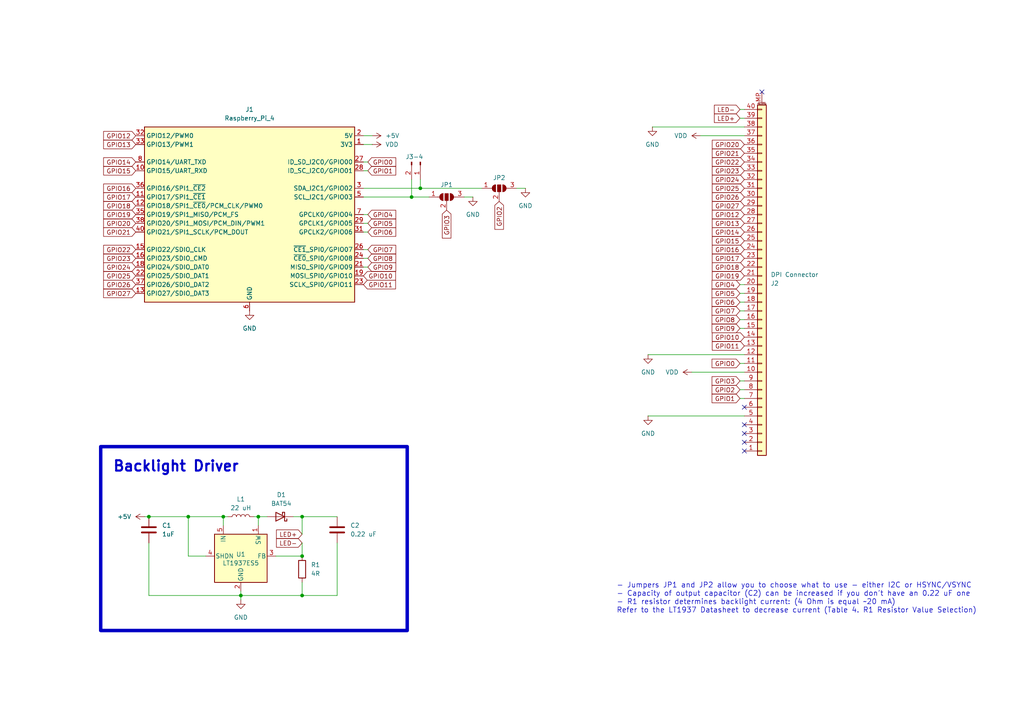
<source format=kicad_sch>
(kicad_sch (version 20250114) (generator "eeschema") (generator_version "9.0")
  (paper "A4")
  (title_block (title "DPI4RPi Adapter") (date "07-10-2025") (rev "1.1"))
  (lib_symbols
    (symbol "Connector:Conn_01x02_Pin" (pin_names (offset 1.016) (hide yes))
      (property "Reference" "J" (at 0 2.54 0))
      (property "Value" "Conn_01x02_Pin" (at 0 -5.08 0))
      (symbol "Conn_01x02_Pin_1_1"
        (rectangle (start 0.8636 0.127) (end 0 -0.127) (stroke (width 0.1524)) (fill (type outline)))
        (rectangle (start 0.8636 -2.413) (end 0 -2.667) (stroke (width 0.1524)) (fill (type outline)))
        (polyline (pts (xy 1.27 0) (xy 0.8636 0)) (stroke (width 0.1524)))
        (polyline (pts (xy 1.27 -2.54) (xy 0.8636 -2.54)) (stroke (width 0.1524)))
        (pin passive line (at 5.08 0 180) (length 3.81) (name "Pin_1") (number "1"))
        (pin passive line (at 5.08 -2.54 180) (length 3.81) (name "Pin_2") (number "2"))
      )
    )
    (symbol "Connector:Raspberry_Pi_4"
      (property "Reference" "J" (at -17.526 48.768 0))
      (property "Value" "Raspberry_Pi_4" (at 15.748 -26.416 0))
      (symbol "Raspberry_Pi_4_0_1"
        (rectangle (start -30.48 25.4) (end 30.48 -25.4) (stroke (width 0.254)) (fill (type background)))
      )
      (symbol "Raspberry_Pi_4_1_1"
        (pin bidirectional line (at -33.02 22.86 0) (length 2.54) (name "GPIO12/PWM0") (number "32"))
        (pin bidirectional line (at -33.02 20.32 0) (length 2.54) (name "GPIO13/PWM1") (number "33"))
        (pin bidirectional line (at -33.02 15.24 0) (length 2.54) (name "GPIO14/UART_TXD") (number "8"))
        (pin bidirectional line (at -33.02 12.7 0) (length 2.54) (name "GPIO15/UART_RXD") (number "10"))
        (pin bidirectional line (at -33.02 7.62 0) (length 2.54) (name "GPIO16/SPI1_~{CE2}") (number "36"))
        (pin bidirectional line (at -33.02 5.08 0) (length 2.54) (name "GPIO17/SPI1_~{CE1}") (number "11"))
        (pin bidirectional line (at -33.02 2.54 0) (length 2.54) (name "GPIO18/SPI1_~{CE0}/PCM_CLK/PWM0") (number "12"))
        (pin bidirectional line (at -33.02 0 0) (length 2.54) (name "GPIO19/SPI1_MISO/PCM_FS") (number "35"))
        (pin bidirectional line (at -33.02 -2.54 0) (length 2.54) (name "GPIO20/SPI1_MOSI/PCM_DIN/PWM1") (number "38"))
        (pin bidirectional line (at -33.02 -5.08 0) (length 2.54) (name "GPIO21/SPI1_SCLK/PCM_DOUT") (number "40"))
        (pin bidirectional line (at -33.02 -10.16 0) (length 2.54) (name "GPIO22/SDIO_CLK") (number "15"))
        (pin bidirectional line (at -33.02 -12.7 0) (length 2.54) (name "GPIO23/SDIO_CMD") (number "16"))
        (pin bidirectional line (at -33.02 -15.24 0) (length 2.54) (name "GPIO24/SDIO_DAT0") (number "18"))
        (pin bidirectional line (at -33.02 -17.78 0) (length 2.54) (name "GPIO25/SDIO_DAT1") (number "22"))
        (pin bidirectional line (at -33.02 -20.32 0) (length 2.54) (name "GPIO26/SDIO_DAT2") (number "37"))
        (pin bidirectional line (at -33.02 -22.86 0) (length 2.54) (name "GPIO27/SDIO_DAT3") (number "13"))
        (pin passive line (at 0 -27.94 90) (length 2.54) (hide yes) (name "GND") (number "14"))
        (pin passive line (at 0 -27.94 90) (length 2.54) (hide yes) (name "GND") (number "20"))
        (pin passive line (at 0 -27.94 90) (length 2.54) (hide yes) (name "GND") (number "25"))
        (pin passive line (at 0 -27.94 90) (length 2.54) (hide yes) (name "GND") (number "30"))
        (pin passive line (at 0 -27.94 90) (length 2.54) (hide yes) (name "GND") (number "34"))
        (pin passive line (at 0 -27.94 90) (length 2.54) (hide yes) (name "GND") (number "39"))
        (pin power_out line (at 0 -27.94 90) (length 2.54) (name "GND") (number "6"))
        (pin passive line (at 0 -27.94 90) (length 2.54) (hide yes) (name "GND") (number "9"))
        (pin power_out line (at 33.02 22.86 180) (length 2.54) (name "5V") (number "2"))
        (pin passive line (at 33.02 22.86 180) (length 2.54) (hide yes) (name "5V") (number "4"))
        (pin power_out line (at 33.02 20.32 180) (length 2.54) (name "3V3") (number "1"))
        (pin passive line (at 33.02 20.32 180) (length 2.54) (hide yes) (name "3V3") (number "17"))
        (pin bidirectional line (at 33.02 15.24 180) (length 2.54) (name "ID_SD_I2C0/GPIO00") (number "27"))
        (pin bidirectional line (at 33.02 12.7 180) (length 2.54) (name "ID_SC_I2C0/GPIO01") (number "28"))
        (pin bidirectional line (at 33.02 7.62 180) (length 2.54) (name "SDA_I2C1/GPIO02") (number "3"))
        (pin bidirectional line (at 33.02 5.08 180) (length 2.54) (name "SCL_I2C1/GPIO03") (number "5"))
        (pin bidirectional line (at 33.02 0 180) (length 2.54) (name "GPCLK0/GPIO04") (number "7"))
        (pin bidirectional line (at 33.02 -2.54 180) (length 2.54) (name "GPCLK1/GPIO05") (number "29"))
        (pin bidirectional line (at 33.02 -5.08 180) (length 2.54) (name "GPCLK2/GPIO06") (number "31"))
        (pin bidirectional line (at 33.02 -10.16 180) (length 2.54) (name "~{CE1}_SPI0/GPIO07") (number "26"))
        (pin bidirectional line (at 33.02 -12.7 180) (length 2.54) (name "~{CE0}_SPI0/GPIO08") (number "24"))
        (pin bidirectional line (at 33.02 -15.24 180) (length 2.54) (name "MISO_SPI0/GPIO09") (number "21"))
        (pin bidirectional line (at 33.02 -17.78 180) (length 2.54) (name "MOSI_SPI0/GPIO10") (number "19"))
        (pin bidirectional line (at 33.02 -20.32 180) (length 2.54) (name "SCLK_SPI0/GPIO11") (number "23"))
      )
    )
    (symbol "Connector_Generic_MountingPin:Conn_01x40_MountingPin" (pin_names (offset 1.016) (hide yes))
      (property "Reference" "J" (at 0 50.8 0))
      (property "Value" "Conn_01x40_MountingPin" (at 1.27 -53.34 0))
      (symbol "Conn_01x40_MountingPin_1_1"
        (rectangle (start -1.27 49.53) (end 1.27 -52.07) (stroke (width 0.254)) (fill (type background)))
        (rectangle (start -1.27 48.387) (end 0 48.133) (stroke (width 0.1524)))
        (rectangle (start -1.27 45.847) (end 0 45.593) (stroke (width 0.1524)))
        (rectangle (start -1.27 43.307) (end 0 43.053) (stroke (width 0.1524)))
        (rectangle (start -1.27 40.767) (end 0 40.513) (stroke (width 0.1524)))
        (rectangle (start -1.27 38.227) (end 0 37.973) (stroke (width 0.1524)))
        (rectangle (start -1.27 35.687) (end 0 35.433) (stroke (width 0.1524)))
        (rectangle (start -1.27 33.147) (end 0 32.893) (stroke (width 0.1524)))
        (rectangle (start -1.27 30.607) (end 0 30.353) (stroke (width 0.1524)))
        (rectangle (start -1.27 28.067) (end 0 27.813) (stroke (width 0.1524)))
        (rectangle (start -1.27 25.527) (end 0 25.273) (stroke (width 0.1524)))
        (rectangle (start -1.27 22.987) (end 0 22.733) (stroke (width 0.1524)))
        (rectangle (start -1.27 20.447) (end 0 20.193) (stroke (width 0.1524)))
        (rectangle (start -1.27 17.907) (end 0 17.653) (stroke (width 0.1524)))
        (rectangle (start -1.27 15.367) (end 0 15.113) (stroke (width 0.1524)))
        (rectangle (start -1.27 12.827) (end 0 12.573) (stroke (width 0.1524)))
        (rectangle (start -1.27 10.287) (end 0 10.033) (stroke (width 0.1524)))
        (rectangle (start -1.27 7.747) (end 0 7.493) (stroke (width 0.1524)))
        (rectangle (start -1.27 5.207) (end 0 4.953) (stroke (width 0.1524)))
        (rectangle (start -1.27 2.667) (end 0 2.413) (stroke (width 0.1524)))
        (rectangle (start -1.27 0.127) (end 0 -0.127) (stroke (width 0.1524)))
        (rectangle (start -1.27 -2.413) (end 0 -2.667) (stroke (width 0.1524)))
        (rectangle (start -1.27 -4.953) (end 0 -5.207) (stroke (width 0.1524)))
        (rectangle (start -1.27 -7.493) (end 0 -7.747) (stroke (width 0.1524)))
        (rectangle (start -1.27 -10.033) (end 0 -10.287) (stroke (width 0.1524)))
        (rectangle (start -1.27 -12.573) (end 0 -12.827) (stroke (width 0.1524)))
        (rectangle (start -1.27 -15.113) (end 0 -15.367) (stroke (width 0.1524)))
        (rectangle (start -1.27 -17.653) (end 0 -17.907) (stroke (width 0.1524)))
        (rectangle (start -1.27 -20.193) (end 0 -20.447) (stroke (width 0.1524)))
        (rectangle (start -1.27 -22.733) (end 0 -22.987) (stroke (width 0.1524)))
        (rectangle (start -1.27 -25.273) (end 0 -25.527) (stroke (width 0.1524)))
        (rectangle (start -1.27 -27.813) (end 0 -28.067) (stroke (width 0.1524)))
        (rectangle (start -1.27 -30.353) (end 0 -30.607) (stroke (width 0.1524)))
        (rectangle (start -1.27 -32.893) (end 0 -33.147) (stroke (width 0.1524)))
        (rectangle (start -1.27 -35.433) (end 0 -35.687) (stroke (width 0.1524)))
        (rectangle (start -1.27 -37.973) (end 0 -38.227) (stroke (width 0.1524)))
        (rectangle (start -1.27 -40.513) (end 0 -40.767) (stroke (width 0.1524)))
        (rectangle (start -1.27 -43.053) (end 0 -43.307) (stroke (width 0.1524)))
        (rectangle (start -1.27 -45.593) (end 0 -45.847) (stroke (width 0.1524)))
        (rectangle (start -1.27 -48.133) (end 0 -48.387) (stroke (width 0.1524)))
        (rectangle (start -1.27 -50.673) (end 0 -50.927) (stroke (width 0.1524)))
        (polyline (pts (xy -1.016 -52.832) (xy 1.016 -52.832)) (stroke (width 0.1524)))
        (text "Mounting" (at 0 -52.451 0) (effects (font (size 0.381 0.381))))
        (pin passive line (at -5.08 48.26 0) (length 3.81) (name "Pin_1") (number "1"))
        (pin passive line (at -5.08 45.72 0) (length 3.81) (name "Pin_2") (number "2"))
        (pin passive line (at -5.08 43.18 0) (length 3.81) (name "Pin_3") (number "3"))
        (pin passive line (at -5.08 40.64 0) (length 3.81) (name "Pin_4") (number "4"))
        (pin passive line (at -5.08 38.1 0) (length 3.81) (name "Pin_5") (number "5"))
        (pin passive line (at -5.08 35.56 0) (length 3.81) (name "Pin_6") (number "6"))
        (pin passive line (at -5.08 33.02 0) (length 3.81) (name "Pin_7") (number "7"))
        (pin passive line (at -5.08 30.48 0) (length 3.81) (name "Pin_8") (number "8"))
        (pin passive line (at -5.08 27.94 0) (length 3.81) (name "Pin_9") (number "9"))
        (pin passive line (at -5.08 25.4 0) (length 3.81) (name "Pin_10") (number "10"))
        (pin passive line (at -5.08 22.86 0) (length 3.81) (name "Pin_11") (number "11"))
        (pin passive line (at -5.08 20.32 0) (length 3.81) (name "Pin_12") (number "12"))
        (pin passive line (at -5.08 17.78 0) (length 3.81) (name "Pin_13") (number "13"))
        (pin passive line (at -5.08 15.24 0) (length 3.81) (name "Pin_14") (number "14"))
        (pin passive line (at -5.08 12.7 0) (length 3.81) (name "Pin_15") (number "15"))
        (pin passive line (at -5.08 10.16 0) (length 3.81) (name "Pin_16") (number "16"))
        (pin passive line (at -5.08 7.62 0) (length 3.81) (name "Pin_17") (number "17"))
        (pin passive line (at -5.08 5.08 0) (length 3.81) (name "Pin_18") (number "18"))
        (pin passive line (at -5.08 2.54 0) (length 3.81) (name "Pin_19") (number "19"))
        (pin passive line (at -5.08 0 0) (length 3.81) (name "Pin_20") (number "20"))
        (pin passive line (at -5.08 -2.54 0) (length 3.81) (name "Pin_21") (number "21"))
        (pin passive line (at -5.08 -5.08 0) (length 3.81) (name "Pin_22") (number "22"))
        (pin passive line (at -5.08 -7.62 0) (length 3.81) (name "Pin_23") (number "23"))
        (pin passive line (at -5.08 -10.16 0) (length 3.81) (name "Pin_24") (number "24"))
        (pin passive line (at -5.08 -12.7 0) (length 3.81) (name "Pin_25") (number "25"))
        (pin passive line (at -5.08 -15.24 0) (length 3.81) (name "Pin_26") (number "26"))
        (pin passive line (at -5.08 -17.78 0) (length 3.81) (name "Pin_27") (number "27"))
        (pin passive line (at -5.08 -20.32 0) (length 3.81) (name "Pin_28") (number "28"))
        (pin passive line (at -5.08 -22.86 0) (length 3.81) (name "Pin_29") (number "29"))
        (pin passive line (at -5.08 -25.4 0) (length 3.81) (name "Pin_30") (number "30"))
        (pin passive line (at -5.08 -27.94 0) (length 3.81) (name "Pin_31") (number "31"))
        (pin passive line (at -5.08 -30.48 0) (length 3.81) (name "Pin_32") (number "32"))
        (pin passive line (at -5.08 -33.02 0) (length 3.81) (name "Pin_33") (number "33"))
        (pin passive line (at -5.08 -35.56 0) (length 3.81) (name "Pin_34") (number "34"))
        (pin passive line (at -5.08 -38.1 0) (length 3.81) (name "Pin_35") (number "35"))
        (pin passive line (at -5.08 -40.64 0) (length 3.81) (name "Pin_36") (number "36"))
        (pin passive line (at -5.08 -43.18 0) (length 3.81) (name "Pin_37") (number "37"))
        (pin passive line (at -5.08 -45.72 0) (length 3.81) (name "Pin_38") (number "38"))
        (pin passive line (at -5.08 -48.26 0) (length 3.81) (name "Pin_39") (number "39"))
        (pin passive line (at -5.08 -50.8 0) (length 3.81) (name "Pin_40") (number "40"))
        (pin passive line (at 0 -55.88 90) (length 3.048) (name "MountPin") (number "MP"))
      )
    )
    (symbol "Device:C" (pin_numbers (hide yes)) (pin_names (offset 0.254))
      (property "Reference" "C" (at 0.635 2.54 0))
      (property "Value" "C" (at 0.635 -2.54 0))
      (symbol "C_0_1"
        (polyline (pts (xy -2.032 0.762) (xy 2.032 0.762)) (stroke (width 0.508)))
        (polyline (pts (xy -2.032 -0.762) (xy 2.032 -0.762)) (stroke (width 0.508)))
      )
      (symbol "C_1_1"
        (pin passive line (at 0 3.81 270) (length 2.794) (name "~") (number "1"))
        (pin passive line (at 0 -3.81 90) (length 2.794) (name "~") (number "2"))
      )
    )
    (symbol "Device:D_Schottky" (pin_numbers (hide yes)) (pin_names (offset 1.016) (hide yes))
      (property "Reference" "D1" (at -0.3175 -6.35 0))
      (property "Value" "D_Schottky" (at -0.3175 -3.81 0))
      (symbol "D_Schottky_0_1"
        (polyline (pts (xy -1.905 0.635) (xy -1.905 1.27) (xy -1.27 1.27) (xy -1.27 -1.27) (xy -0.635 -1.27) (xy -0.635 -0.635)) (stroke (width 0.254)))
        (polyline (pts (xy 1.27 1.27) (xy 1.27 -1.27) (xy -1.27 0) (xy 1.27 1.27)) (stroke (width 0.254)))
        (polyline (pts (xy 1.27 0) (xy -1.27 0)))
      )
      (symbol "D_Schottky_1_1"
        (pin passive line (at -3.81 0 0) (length 2.54) (name "K") (number "3"))
        (pin passive line (at 3.81 0 180) (length 2.54) (name "A") (number "1"))
      )
    )
    (symbol "Device:L" (pin_numbers (hide yes)) (pin_names (offset 1.016) (hide yes))
      (property "Reference" "L" (at -1.27 0 90))
      (property "Value" "L" (at 1.905 0 90))
      (symbol "L_0_1"
        (arc (start 0 2.54) (mid 0.6323 1.905) (end 0 1.27))
        (arc (start 0 1.27) (mid 0.6323 0.635) (end 0 0))
        (arc (start 0 0) (mid 0.6323 -0.635) (end 0 -1.27))
        (arc (start 0 -1.27) (mid 0.6323 -1.905) (end 0 -2.54))
      )
      (symbol "L_1_1"
        (pin passive line (at 0 3.81 270) (length 1.27) (name "1") (number "1"))
        (pin passive line (at 0 -3.81 90) (length 1.27) (name "2") (number "2"))
      )
    )
    (symbol "Device:R" (pin_numbers (hide yes)) (pin_names (offset 0))
      (property "Reference" "R" (at 2.032 0 90))
      (property "Value" "R" (at 0 0 90))
      (symbol "R_0_1"
        (rectangle (start -1.016 -2.54) (end 1.016 2.54) (stroke (width 0.254)))
      )
      (symbol "R_1_1"
        (pin passive line (at 0 3.81 270) (length 1.27) (name "~") (number "1"))
        (pin passive line (at 0 -3.81 90) (length 1.27) (name "~") (number "2"))
      )
    )
    (symbol "Jumper:SolderJumper_3_Open" (pin_names (offset 0) (hide yes)) (in_bom no)
      (property "Reference" "JP" (at -2.54 -2.54 0))
      (property "Value" "SolderJumper_3_Open" (at 0 2.794 0))
      (symbol "SolderJumper_3_Open_0_1"
        (polyline (pts (xy -2.54 0) (xy -2.032 0)))
        (polyline (pts (xy -1.016 1.016) (xy -1.016 -1.016)))
        (arc (start -1.016 -1.016) (mid -2.0276 0) (end -1.016 1.016))
        (arc (start -1.016 -1.016) (mid -2.0276 0) (end -1.016 1.016) (fill (type outline)))
        (rectangle (start -0.508 1.016) (end 0.508 -1.016) (fill (type outline)))
        (polyline (pts (xy 0 -1.27) (xy 0 -1.016)))
        (arc (start 1.016 1.016) (mid 2.0276 0) (end 1.016 -1.016))
        (arc (start 1.016 1.016) (mid 2.0276 0) (end 1.016 -1.016) (fill (type outline)))
        (polyline (pts (xy 1.016 1.016) (xy 1.016 -1.016)))
        (polyline (pts (xy 2.54 0) (xy 2.032 0)))
      )
      (symbol "SolderJumper_3_Open_1_1"
        (pin passive line (at -5.08 0 0) (length 2.54) (name "A") (number "1"))
        (pin passive line (at 0 -3.81 90) (length 2.54) (name "C") (number "2"))
        (pin passive line (at 5.08 0 180) (length 2.54) (name "B") (number "3"))
      )
    )
    (symbol "LT1937:LT1937ES5" (pin_names (offset 0.254))
      (property "Reference" "U" (at 0.254 9.144 0))
      (property "Value" "LT1937ES5" (at -4.826 13.208 0))
      (symbol "LT1937ES5_0_1"
        (rectangle (start -7.62 6.35) (end 7.62 -7.62) (stroke (width 0.254)) (fill (type background)))
      )
      (symbol "LT1937ES5_1_1"
        (pin input line (at -10.16 0 0) (length 2.54) (name "SHDN") (number "4"))
        (pin power_out line (at -5.08 8.89 270) (length 2.54) (name "IN") (number "5"))
        (pin power_in line (at 0 -10.16 90) (length 2.54) (name "GND") (number "2"))
        (pin power_in line (at 5.08 8.89 270) (length 2.54) (name "SW") (number "1"))
        (pin input line (at 10.16 0 180) (length 2.54) (name "FB") (number "3"))
      )
    )
    (symbol "power:+5V" (power) (pin_numbers (hide yes)) (pin_names (offset 0) (hide yes))
      (property "Value" "+5V" (at 0 3.556 0))
      (symbol "+5V_0_1"
        (polyline (pts (xy -0.762 1.27) (xy 0 2.54)))
        (polyline (pts (xy 0 2.54) (xy 0.762 1.27)))
        (polyline (pts (xy 0 0) (xy 0 2.54)))
      )
      (symbol "+5V_1_1"
        (pin power_in line (at 0 0 90) (length 0) (name "~") (number "1"))
      )
    )
    (symbol "power:GND" (power) (pin_numbers (hide yes)) (pin_names (offset 0) (hide yes))
      (property "Value" "GND" (at 0 -3.81 0))
      (symbol "GND_0_1"
        (polyline (pts (xy 0 0) (xy 0 -1.27) (xy 1.27 -1.27) (xy 0 -2.54) (xy -1.27 -1.27) (xy 0 -1.27)))
      )
      (symbol "GND_1_1"
        (pin power_in line (at 0 0 270) (length 0) (name "~") (number "1"))
      )
    )
    (symbol "power:VDD" (power) (pin_numbers (hide yes)) (pin_names (offset 0) (hide yes))
      (property "Value" "VDD" (at 0 3.556 0))
      (symbol "VDD_0_1"
        (polyline (pts (xy -0.762 1.27) (xy 0 2.54)))
        (polyline (pts (xy 0 2.54) (xy 0.762 1.27)))
        (polyline (pts (xy 0 0) (xy 0 2.54)))
      )
      (symbol "VDD_1_1"
        (pin power_in line (at 0 0 90) (length 0) (name "~") (number "1"))
      )
    )
  )
  (rectangle (start 29.21 129.54) (end 118.11 182.88) (stroke (width 1)))
  (text "- Jumpers JP1 and JP2 allow you to choose what to use - either I2C or HSYNC/VSYNC\n- Capacity of output capacitor (C2) can be increased if you don't have an 0.22 uF one\n- R1 resistor determines backlight current: (4 Ohm is equal ~20 mA)\nRefer to the LT1937 Datasheet to decrease current (Table 4. R1 Resistor Value Selection)" (at 178.816 173.482 0) (effects (font (size 1.5 1.5)) (justify left)))
  (text "Backlight Driver" (at 51.054 135.382 0) (effects (font (size 3 3) (thickness 0.6) (bold yes))))
  (junction (at 119.38 57.15))
  (junction (at 87.63 172.72))
  (junction (at 43.18 149.86))
  (junction (at 74.93 149.86))
  (junction (at 87.63 149.86))
  (junction (at 87.63 161.29))
  (junction (at 64.77 149.86))
  (junction (at 121.92 54.61))
  (junction (at 54.61 149.86))
  (junction (at 69.85 172.72))
  (no_connect (at 215.9 128.27))
  (no_connect (at 220.98 26.67))
  (no_connect (at 215.9 130.81))
  (no_connect (at 215.9 125.73))
  (no_connect (at 215.9 118.11))
  (no_connect (at 215.9 123.19))
  (wire (pts (xy 105.41 54.61) (xy 121.92 54.61)))
  (wire (pts (xy 43.18 157.48) (xy 43.18 172.72)))
  (wire (pts (xy 59.69 161.29) (xy 54.61 161.29)))
  (wire (pts (xy 106.68 74.93) (xy 105.41 74.93)))
  (wire (pts (xy 121.92 52.07) (xy 121.92 54.61)))
  (wire (pts (xy 106.68 49.53) (xy 105.41 49.53)))
  (wire (pts (xy 74.93 149.86) (xy 74.93 152.4)))
  (wire (pts (xy 87.63 168.91) (xy 87.63 172.72)))
  (wire (pts (xy 43.18 149.86) (xy 41.91 149.86)))
  (wire (pts (xy 214.63 113.03) (xy 215.9 113.03)))
  (wire (pts (xy 105.41 41.91) (xy 107.95 41.91)))
  (wire (pts (xy 64.77 149.86) (xy 66.04 149.86)))
  (wire (pts (xy 119.38 52.07) (xy 119.38 57.15)))
  (wire (pts (xy 97.79 172.72) (xy 87.63 172.72)))
  (wire (pts (xy 105.41 39.37) (xy 107.95 39.37)))
  (wire (pts (xy 69.85 172.72) (xy 69.85 173.99)))
  (wire (pts (xy 106.68 72.39) (xy 105.41 72.39)))
  (wire (pts (xy 106.68 62.23) (xy 105.41 62.23)))
  (wire (pts (xy 187.96 102.87) (xy 215.9 102.87)))
  (wire (pts (xy 54.61 149.86) (xy 43.18 149.86)))
  (wire (pts (xy 214.63 115.57) (xy 215.9 115.57)))
  (wire (pts (xy 43.18 172.72) (xy 69.85 172.72)))
  (wire (pts (xy 106.68 46.99) (xy 105.41 46.99)))
  (wire (pts (xy 87.63 172.72) (xy 69.85 172.72)))
  (wire (pts (xy 187.96 120.65) (xy 215.9 120.65)))
  (wire (pts (xy 87.63 157.48) (xy 87.63 161.29)))
  (wire (pts (xy 214.63 105.41) (xy 215.9 105.41)))
  (wire (pts (xy 54.61 161.29) (xy 54.61 149.86)))
  (wire (pts (xy 105.41 57.15) (xy 119.38 57.15)))
  (wire (pts (xy 214.63 110.49) (xy 215.9 110.49)))
  (wire (pts (xy 106.68 77.47) (xy 105.41 77.47)))
  (wire (pts (xy 106.68 64.77) (xy 105.41 64.77)))
  (wire (pts (xy 87.63 149.86) (xy 97.79 149.86)))
  (wire (pts (xy 189.23 36.83) (xy 215.9 36.83)))
  (wire (pts (xy 214.63 85.09) (xy 215.9 85.09)))
  (wire (pts (xy 106.68 67.31) (xy 105.41 67.31)))
  (wire (pts (xy 80.01 161.29) (xy 87.63 161.29)))
  (wire (pts (xy 134.62 57.15) (xy 137.16 57.15)))
  (wire (pts (xy 203.2 39.37) (xy 215.9 39.37)))
  (wire (pts (xy 200.66 107.95) (xy 215.9 107.95)))
  (wire (pts (xy 214.63 31.75) (xy 215.9 31.75)))
  (wire (pts (xy 64.77 152.4) (xy 64.77 149.86)))
  (wire (pts (xy 214.63 92.71) (xy 215.9 92.71)))
  (wire (pts (xy 97.79 157.48) (xy 97.79 172.72)))
  (wire (pts (xy 74.93 149.86) (xy 77.47 149.86)))
  (wire (pts (xy 121.92 54.61) (xy 139.7 54.61)))
  (wire (pts (xy 149.86 54.61) (xy 152.4 54.61)))
  (wire (pts (xy 69.85 171.45) (xy 69.85 172.72)))
  (wire (pts (xy 87.63 149.86) (xy 87.63 154.94)))
  (wire (pts (xy 214.63 82.55) (xy 215.9 82.55)))
  (wire (pts (xy 214.63 95.25) (xy 215.9 95.25)))
  (wire (pts (xy 64.77 149.86) (xy 54.61 149.86)))
  (wire (pts (xy 85.09 149.86) (xy 87.63 149.86)))
  (wire (pts (xy 214.63 34.29) (xy 215.9 34.29)))
  (wire (pts (xy 119.38 57.15) (xy 124.46 57.15)))
  (wire (pts (xy 214.63 87.63) (xy 215.9 87.63)))
  (wire (pts (xy 73.66 149.86) (xy 74.93 149.86)))
  (wire (pts (xy 214.63 90.17) (xy 215.9 90.17)))
  (global_label "GPIO19" (shape input) (at 39.37 62.23 180) (property "Intersheetrefs" "${INTERSHEET_REFS}" (effects (hide yes))))
  (global_label "GPIO16" (shape input) (at 215.9 72.39 180) (property "Intersheetrefs" "${INTERSHEET_REFS}" (effects (hide yes))))
  (global_label "GPIO24" (shape input) (at 215.9 52.07 180) (property "Intersheetrefs" "${INTERSHEET_REFS}" (effects (hide yes))))
  (global_label "GPIO12" (shape input) (at 215.9 62.23 180) (property "Intersheetrefs" "${INTERSHEET_REFS}" (effects (hide yes))))
  (global_label "GPIO13" (shape input) (at 215.9 64.77 180) (property "Intersheetrefs" "${INTERSHEET_REFS}" (effects (hide yes))))
  (global_label "GPIO19" (shape input) (at 215.9 80.01 180) (property "Intersheetrefs" "${INTERSHEET_REFS}" (effects (hide yes))))
  (global_label "GPIO14" (shape input) (at 39.37 46.99 180) (property "Intersheetrefs" "${INTERSHEET_REFS}" (effects (hide yes))))
  (global_label "GPIO15" (shape input) (at 39.37 49.53 180) (property "Intersheetrefs" "${INTERSHEET_REFS}" (effects (hide yes))))
  (global_label "GPIO9" (shape input) (at 214.63 95.25 180) (property "Intersheetrefs" "${INTERSHEET_REFS}" (effects (hide yes))))
  (global_label "LED-" (shape input) (at 214.63 31.75 180) (property "Intersheetrefs" "${INTERSHEET_REFS}" (effects (hide yes))))
  (global_label "GPIO3" (shape input) (at 129.54 60.96 270) (property "Intersheetrefs" "${INTERSHEET_REFS}" (effects (hide yes))))
  (global_label "GPIO2" (shape input) (at 214.63 113.03 180) (property "Intersheetrefs" "${INTERSHEET_REFS}" (effects (hide yes))))
  (global_label "GPIO5" (shape input) (at 106.68 64.77 0) (property "Intersheetrefs" "${INTERSHEET_REFS}" (effects (hide yes))))
  (global_label "GPIO8" (shape input) (at 106.68 74.93 0) (property "Intersheetrefs" "${INTERSHEET_REFS}" (effects (hide yes))))
  (global_label "GPIO7" (shape input) (at 214.63 90.17 180) (property "Intersheetrefs" "${INTERSHEET_REFS}" (effects (hide yes))))
  (global_label "GPIO23" (shape input) (at 215.9 49.53 180) (property "Intersheetrefs" "${INTERSHEET_REFS}" (effects (hide yes))))
  (global_label "GPIO11" (shape input) (at 105.41 82.55 0) (property "Intersheetrefs" "${INTERSHEET_REFS}" (effects (hide yes))))
  (global_label "GPIO21" (shape input) (at 215.9 44.45 180) (property "Intersheetrefs" "${INTERSHEET_REFS}" (effects (hide yes))))
  (global_label "GPIO17" (shape input) (at 215.9 74.93 180) (property "Intersheetrefs" "${INTERSHEET_REFS}" (effects (hide yes))))
  (global_label "GPIO4" (shape input) (at 214.63 82.55 180) (property "Intersheetrefs" "${INTERSHEET_REFS}" (effects (hide yes))))
  (global_label "GPIO20" (shape input) (at 39.37 64.77 180) (property "Intersheetrefs" "${INTERSHEET_REFS}" (effects (hide yes))))
  (global_label "GPIO16" (shape input) (at 39.37 54.61 180) (property "Intersheetrefs" "${INTERSHEET_REFS}" (effects (hide yes))))
  (global_label "GPIO22" (shape input) (at 39.37 72.39 180) (property "Intersheetrefs" "${INTERSHEET_REFS}" (effects (hide yes))))
  (global_label "GPIO12" (shape input) (at 39.37 39.37 180) (property "Intersheetrefs" "${INTERSHEET_REFS}" (effects (hide yes))))
  (global_label "GPIO27" (shape input) (at 39.37 85.09 180) (property "Intersheetrefs" "${INTERSHEET_REFS}" (effects (hide yes))))
  (global_label "GPIO6" (shape input) (at 214.63 87.63 180) (property "Intersheetrefs" "${INTERSHEET_REFS}" (effects (hide yes))))
  (global_label "GPIO15" (shape input) (at 215.9 69.85 180) (property "Intersheetrefs" "${INTERSHEET_REFS}" (effects (hide yes))))
  (global_label "GPIO14" (shape input) (at 215.9 67.31 180) (property "Intersheetrefs" "${INTERSHEET_REFS}" (effects (hide yes))))
  (global_label "GPIO23" (shape input) (at 39.37 74.93 180) (property "Intersheetrefs" "${INTERSHEET_REFS}" (effects (hide yes))))
  (global_label "GPIO0" (shape input) (at 106.68 46.99 0) (property "Intersheetrefs" "${INTERSHEET_REFS}" (effects (hide yes))))
  (global_label "GPIO11" (shape input) (at 215.9 100.33 180) (property "Intersheetrefs" "${INTERSHEET_REFS}" (effects (hide yes))))
  (global_label "GPIO25" (shape input) (at 215.9 54.61 180) (property "Intersheetrefs" "${INTERSHEET_REFS}" (effects (hide yes))))
  (global_label "GPIO26" (shape input) (at 39.37 82.55 180) (property "Intersheetrefs" "${INTERSHEET_REFS}" (effects (hide yes))))
  (global_label "GPIO26" (shape input) (at 215.9 57.15 180) (property "Intersheetrefs" "${INTERSHEET_REFS}" (effects (hide yes))))
  (global_label "GPIO8" (shape input) (at 214.63 92.71 180) (property "Intersheetrefs" "${INTERSHEET_REFS}" (effects (hide yes))))
  (global_label "LED-" (shape input) (at 87.63 157.48 180) (property "Intersheetrefs" "${INTERSHEET_REFS}" (effects (hide yes))))
  (global_label "GPIO3" (shape input) (at 214.63 110.49 180) (property "Intersheetrefs" "${INTERSHEET_REFS}" (effects (hide yes))))
  (global_label "GPIO1" (shape input) (at 214.63 115.57 180) (property "Intersheetrefs" "${INTERSHEET_REFS}" (effects (hide yes))))
  (global_label "GPIO9" (shape input) (at 106.68 77.47 0) (property "Intersheetrefs" "${INTERSHEET_REFS}" (effects (hide yes))))
  (global_label "GPIO22" (shape input) (at 215.9 46.99 180) (property "Intersheetrefs" "${INTERSHEET_REFS}" (effects (hide yes))))
  (global_label "GPIO24" (shape input) (at 39.37 77.47 180) (property "Intersheetrefs" "${INTERSHEET_REFS}" (effects (hide yes))))
  (global_label "GPIO1" (shape input) (at 106.68 49.53 0) (property "Intersheetrefs" "${INTERSHEET_REFS}" (effects (hide yes))))
  (global_label "GPIO10" (shape input) (at 215.9 97.79 180) (property "Intersheetrefs" "${INTERSHEET_REFS}" (effects (hide yes))))
  (global_label "GPIO21" (shape input) (at 39.37 67.31 180) (property "Intersheetrefs" "${INTERSHEET_REFS}" (effects (hide yes))))
  (global_label "GPIO4" (shape input) (at 106.68 62.23 0) (property "Intersheetrefs" "${INTERSHEET_REFS}" (effects (hide yes))))
  (global_label "GPIO10" (shape input) (at 105.41 80.01 0) (property "Intersheetrefs" "${INTERSHEET_REFS}" (effects (hide yes))))
  (global_label "GPIO18" (shape input) (at 39.37 59.69 180) (property "Intersheetrefs" "${INTERSHEET_REFS}" (effects (hide yes))))
  (global_label "GPIO7" (shape input) (at 106.68 72.39 0) (property "Intersheetrefs" "${INTERSHEET_REFS}" (effects (hide yes))))
  (global_label "GPIO20" (shape input) (at 215.9 41.91 180) (property "Intersheetrefs" "${INTERSHEET_REFS}" (effects (hide yes))))
  (global_label "GPIO13" (shape input) (at 39.37 41.91 180) (property "Intersheetrefs" "${INTERSHEET_REFS}" (effects (hide yes))))
  (global_label "GPIO17" (shape input) (at 39.37 57.15 180) (property "Intersheetrefs" "${INTERSHEET_REFS}" (effects (hide yes))))
  (global_label "GPIO27" (shape input) (at 215.9 59.69 180) (property "Intersheetrefs" "${INTERSHEET_REFS}" (effects (hide yes))))
  (global_label "LED+" (shape input) (at 87.63 154.94 180) (property "Intersheetrefs" "${INTERSHEET_REFS}" (effects (hide yes))))
  (global_label "GPIO2" (shape input) (at 144.78 58.42 270) (property "Intersheetrefs" "${INTERSHEET_REFS}" (effects (hide yes))))
  (global_label "GPIO0" (shape input) (at 214.63 105.41 180) (property "Intersheetrefs" "${INTERSHEET_REFS}" (effects (hide yes))))
  (global_label "GPIO25" (shape input) (at 39.37 80.01 180) (property "Intersheetrefs" "${INTERSHEET_REFS}" (effects (hide yes))))
  (global_label "GPIO5" (shape input) (at 214.63 85.09 180) (property "Intersheetrefs" "${INTERSHEET_REFS}" (effects (hide yes))))
  (global_label "GPIO18" (shape input) (at 215.9 77.47 180) (property "Intersheetrefs" "${INTERSHEET_REFS}" (effects (hide yes))))
  (global_label "LED+" (shape input) (at 214.63 34.29 180) (property "Intersheetrefs" "${INTERSHEET_REFS}" (effects (hide yes))))
  (global_label "GPIO6" (shape input) (at 106.68 67.31 0) (property "Intersheetrefs" "${INTERSHEET_REFS}" (effects (hide yes))))
  (symbol (lib_id "Connector:Raspberry_Pi_4") (at 72.39 62.23 0) (unit 1)
    (property "Reference" "J1" (at 72.39 31.75 0))
    (property "Value" "Raspberry_Pi_4" (at 72.39 34.29 0))
    (property "Footprint" "Connector_PinSocket_2.54mm:PinSocket_2x20_P2.54mm_Vertical" (effects (hide yes)))
    (property "Datasheet" "https://datasheets.raspberrypi.com/rpi4/raspberry-pi-4-datasheet.pdf" (effects (hide yes)))
    (property "Description" "Raspberry Pi 4 Model B" (effects (hide yes)))
  )
  (symbol (lib_id "power:GND") (at 137.16 57.15 0) (unit 1)
    (property "Reference" "#PWR012" (effects (hide yes)))
    (property "Value" "GND" (at 137.16 62.23 0))
    (property "Description" "Power symbol creates a global label with name \"GND\" , ground" (effects (hide yes)))
  )
  (symbol (lib_id "power:VDD") (at 107.95 41.91 270) (unit 1)
    (property "Reference" "#PWR07" (effects (hide yes)))
    (property "Value" "VDD" (at 111.76 41.9099 90) (effects (justify left)))
    (property "Description" "Power symbol creates a global label with name \"VDD\"" (effects (hide yes)))
  )
  (symbol (lib_id "Device:R") (at 87.63 165.1 0) (unit 1)
    (property "Reference" "R1" (at 90.17 163.8299 0) (effects (justify left)))
    (property "Value" "4R" (at 90.17 166.3699 0) (effects (justify left)))
    (property "Footprint" "Resistor_SMD:R_0805_2012Metric_Pad1.20x1.40mm_HandSolder" (effects (hide yes)))
    (property "Description" "Resistor" (effects (hide yes)))
  )
  (symbol (lib_id "Device:L") (at 69.85 149.86 90) (unit 1)
    (property "Reference" "L1" (at 69.85 144.78 90))
    (property "Value" "22 uH" (at 69.85 147.32 90))
    (property "Footprint" "Inductor_SMD:L_Vishay_IFSC-1515AH_4x4x1.8mm" (effects (hide yes)))
    (property "Description" "Inductor" (effects (hide yes)))
  )
  (symbol (lib_id "power:GND") (at 72.39 90.17 0) (unit 1)
    (property "Reference" "#PWR06" (effects (hide yes)))
    (property "Value" "GND" (at 72.39 95.25 0))
    (property "Description" "Power symbol creates a global label with name \"GND\" , ground" (effects (hide yes)))
  )
  (symbol (lib_id "Jumper:SolderJumper_3_Open") (at 144.78 54.61 0) (unit 1) (in_bom no)
    (property "Reference" "JP2" (at 144.78 51.562 0))
    (property "Value" "SolderJumper_3_Open" (effects (hide yes)))
    (property "Footprint" "Jumper:SolderJumper-3_P2.0mm_Open_TrianglePad1.0x1.5mm_NumberLabels" (effects (hide yes)))
    (property "Description" "Solder Jumper, 3-pole, open" (effects (hide yes)))
  )
  (symbol (lib_id "power:VDD") (at 203.2 39.37 90) (unit 1)
    (property "Reference" "#PWR02" (effects (hide yes)))
    (property "Value" "VDD" (at 199.39 39.3699 90) (effects (justify left)))
    (property "Description" "Power symbol creates a global label with name \"VDD\"" (effects (hide yes)))
  )
  (symbol (lib_id "Jumper:SolderJumper_3_Open") (at 129.54 57.15 0) (unit 1) (in_bom no)
    (property "Reference" "JP1" (at 129.54 53.594 0))
    (property "Value" "SolderJumper_3_Open" (effects (hide yes)))
    (property "Footprint" "Jumper:SolderJumper-3_P2.0mm_Open_TrianglePad1.0x1.5mm_NumberLabels" (effects (hide yes)))
    (property "Description" "Solder Jumper, 3-pole, open" (effects (hide yes)))
  )
  (symbol (lib_id "power:GND") (at 187.96 102.87 0) (unit 1)
    (property "Reference" "#PWR03" (effects (hide yes)))
    (property "Value" "GND" (at 187.96 107.95 0))
    (property "Description" "Power symbol creates a global label with name \"GND\" , ground" (effects (hide yes)))
  )
  (symbol (lib_id "Device:D_Schottky") (at 81.28 149.86 180) (unit 1)
    (property "Reference" "D1" (at 81.5975 143.51 0))
    (property "Value" "BAT54" (at 81.5975 146.05 0))
    (property "Footprint" "Package_TO_SOT_SMD:SOT-23_Handsoldering" (effects (hide yes)))
    (property "Description" "Schottky diode" (effects (hide yes)))
  )
  (symbol (lib_id "Connector:Conn_01x02_Pin") (at 121.92 46.99 270) (unit 1)
    (property "Reference" "J3-4" (at 117.602 45.466 90) (effects (justify left)))
    (property "Value" "Conn_01x02_Pin" (effects (hide yes)))
    (property "Footprint" "Connector_PinHeader_2.54mm:PinHeader_1x02_P2.54mm_Vertical" (effects (hide yes)))
    (property "Description" "Generic connector, single row, 01x02, script generated" (effects (hide yes)))
  )
  (symbol (lib_id "Device:C") (at 97.79 153.67 0) (unit 1)
    (property "Reference" "C2" (at 101.6 152.3999 0) (effects (justify left)))
    (property "Value" "0.22 uF" (at 101.6 154.9399 0) (effects (justify left)))
    (property "Footprint" "Capacitor_SMD:C_0805_2012Metric_Pad1.18x1.45mm_HandSolder" (effects (hide yes)))
    (property "Description" "Unpolarized capacitor" (effects (hide yes)))
  )
  (symbol (lib_id "LT1937:LT1937ES5") (at 69.85 161.29 0) (unit 1)
    (property "Reference" "U1" (at 69.85 160.782 0))
    (property "Value" "LT1937ES5" (at 69.85 163.322 0))
    (property "Footprint" "Package_TO_SOT_SMD:SOT-23-5" (effects (hide yes)))
    (property "Datasheet" "https://www.analog.com/media/en/technical-documentation/data-sheets/1937f.pdf" (effects (hide yes)))
    (property "Description" "step-up DC/DC converter specificallydesigned to drive white LEDs with a constant current" (effects (hide yes)))
  )
  (symbol (lib_id "power:GND") (at 69.85 173.99 0) (unit 1)
    (property "Reference" "#PWR08" (effects (hide yes)))
    (property "Value" "GND" (at 69.85 179.07 0))
    (property "Description" "Power symbol creates a global label with name \"GND\" , ground" (effects (hide yes)))
  )
  (symbol (lib_id "power:+5V") (at 41.91 149.86 90) (unit 1)
    (property "Reference" "#PWR09" (effects (hide yes)))
    (property "Value" "+5V" (at 38.1 149.8599 90) (effects (justify left)))
    (property "Description" "Power symbol creates a global label with name \"+5V\"" (effects (hide yes)))
  )
  (symbol (lib_id "power:GND") (at 152.4 54.61 0) (unit 1)
    (property "Reference" "#PWR011" (effects (hide yes)))
    (property "Value" "GND" (at 152.4 59.69 0))
    (property "Description" "Power symbol creates a global label with name \"GND\" , ground" (effects (hide yes)))
  )
  (symbol (lib_id "power:GND") (at 187.96 120.65 0) (unit 1)
    (property "Reference" "#PWR05" (effects (hide yes)))
    (property "Value" "GND" (at 187.96 125.73 0))
    (property "Description" "Power symbol creates a global label with name \"GND\" , ground" (effects (hide yes)))
  )
  (symbol (lib_id "power:+5V") (at 107.95 39.37 270) (unit 1)
    (property "Reference" "#PWR010" (effects (hide yes)))
    (property "Value" "+5V" (at 111.76 39.3699 90) (effects (justify left)))
    (property "Description" "Power symbol creates a global label with name \"+5V\"" (effects (hide yes)))
  )
  (symbol (lib_id "Connector_Generic_MountingPin:Conn_01x40_MountingPin") (at 220.98 82.55 0) (mirror x) (unit 1)
    (property "Reference" "J2" (at 223.52 82.1945 0) (effects (justify left)))
    (property "Value" "DPI Connector" (at 223.52 79.6545 0) (effects (justify left)))
    (property "Footprint" "Connector_FFC-FPC:Amphenol_F32Q-1A7x1-11040_1x40-1MP_P0.5mm_Horizontal" (effects (hide yes)))
    (property "Description" "Generic connectable mounting pin connector, single row, 01x40, script generated (kicad-library-utils/schlib/autogen/connector/)" (effects (hide yes)))
  )
  (symbol (lib_id "power:GND") (at 189.23 36.83 0) (unit 1)
    (property "Reference" "#PWR01" (effects (hide yes)))
    (property "Value" "GND" (at 189.23 41.91 0))
    (property "Description" "Power symbol creates a global label with name \"GND\" , ground" (effects (hide yes)))
  )
  (symbol (lib_id "Device:C") (at 43.18 153.67 0) (unit 1)
    (property "Reference" "C1" (at 46.99 152.3999 0) (effects (justify left)))
    (property "Value" "1uF" (at 46.99 154.9399 0) (effects (justify left)))
    (property "Footprint" "Capacitor_SMD:C_0805_2012Metric_Pad1.18x1.45mm_HandSolder" (effects (hide yes)))
    (property "Description" "Unpolarized capacitor" (effects (hide yes)))
  )
  (symbol (lib_id "power:VDD") (at 200.66 107.95 90) (unit 1)
    (property "Reference" "#PWR04" (effects (hide yes)))
    (property "Value" "VDD" (at 196.85 107.9499 90) (effects (justify left)))
    (property "Description" "Power symbol creates a global label with name \"VDD\"" (effects (hide yes)))
  )
)
</source>
